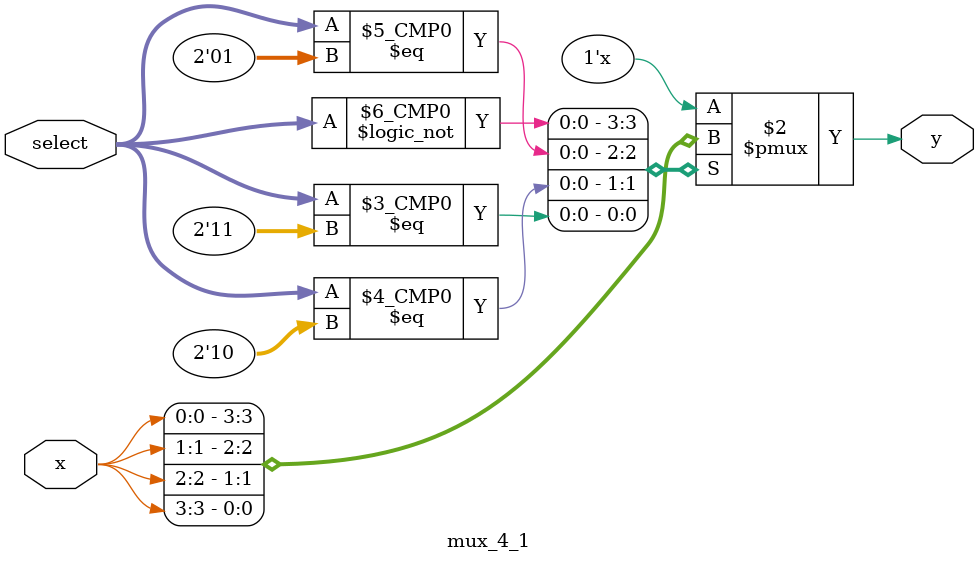
<source format=v>
`timescale 1ns / 1ps  

`define IDLE  5'b00001
`define INIT  5'b00010
`define INIT2 5'b00100
`define SHIFT 5'b01000
`define DONE  5'b10000

module ktantan32(
    input clk,reset,d_recv,d_rdy,enc_ndec,
    input [31:0] Din,
    input [79:0] key_input,
    output reg [31:0] Dout,
    output reg finish
    );
    

    reg [4:0] next_state,state ;      
    reg [79:0] key;
    reg enable,load,enable_count,reset_count;
    wire [18:0] din19,dout19; //dout19;
    wire [12:0] din13,dout13; //dout13;
    
    wire irregular_bit,done;
    wire [1:0] key_bits,feedback;
    wire [7:0] roundcounter;
    
    assign din13 =Din[31:19] ;
    assign din19 =Din[18:0] ;
    
    always @(posedge clk)
    begin
        if(d_rdy) key <= key_input;
        else begin end
    end
    
    always @(posedge clk)
    begin
        if(reset)  state <= `IDLE;
        else begin
            state <= next_state;
        end
    end 
    
    always @(*)
    begin
        case(state)
            `IDLE : begin 
						if(d_rdy && (!d_recv)) next_state <= `INIT;
						else next_state <= `IDLE;
					end
            `INIT :  next_state <= `INIT2;
            `INIT2:  next_state <= `SHIFT;

            `SHIFT: begin
                        if(done)    next_state <= `DONE;
                        else        next_state <= `SHIFT;
                    end
            `DONE : begin
                        if(d_recv && (!d_rdy))  next_state <= `IDLE;
                        else                    next_state <= `DONE;
                        
                   end 
            
           default: next_state <= `IDLE;
        endcase
    end
    
    always @(posedge clk)
    begin
        case(state)
            `IDLE:   begin
                    enable <= 0;
                    finish <= 0;
                    load <= 1;
                    reset_count <= 1;
                    enable_count <= 0;
                    end
                        
            `INIT:   begin
                    load <= 0;
                    reset_count <= 0;
                    enable_count <= 1;
                    end
                    
            `INIT2:  begin
                    enable <= 1;
                    end
                    
            `SHIFT: begin
                         Dout <= {32{done}}&{dout13,dout19};                        
                    end
             `DONE:  begin
                    enable <= 0;
                    finish <= 1;
                    enable_count <=0;
                    end
                  
        endcase
    end
    
    
    lfsr_count lfsr_count1(
                 .clk(clk),     
                 .reset(reset_count), 
                 .irregular_bit(irregular_bit), 
                 .done(done), 
                 .count_out(roundcounter),
                 .enable(enable_count),
                 .enc_ndec(enc_ndec)
                 );
                 
    lfsr19 L2(
                .clk(clk), 
                .Din(din19), 
                .Dout(dout19), 
                .feedback_in(feedback[1]), 
                .feedback_out(feedback[0]), 
                .key_bit_b(key_bits[1]), 
                .enable(enable),
                .enc_ndec(enc_ndec),
                .load(load)
                );
                
    lfsr13 L1(
                .clk(clk), 
                .irregular_bit(irregular_bit), 
                .Din(din13), 
                .Dout(dout13), 
                .feedback_in(feedback[0]),
                .feedback_out(feedback[1]), 
                .key_bit_a(key_bits[0]), 
                .enable(enable),
                .enc_ndec(enc_ndec),
                .load(load)
                 );
    
    get_key_bits get_key_bits1(
                .roundcounter(roundcounter), 
                .key(key), 
                .key_bits(key_bits)
                );
//    initial
//    begin
//        key = 80'h0123456789ABCDEF0123;
//        state = `IDLE;
//        next_state = `IDLE;
//    end
endmodule

module get_key_bits(   //[1] = k_b  [0] = k_a
    input [7:0] roundcounter,
    input [79:0] key,
    input enc_ndec,
    output [1:0] key_bits
    );

        wire [4:0] key_temp16;
        wire [1:0] key_temp4, key_select4_1, nkey_select4_1;
        wire [3:0] key_select16_1;
        
        assign key_select16_1 = roundcounter[7:4];
        assign key_select4_1 = roundcounter[1:0];
        assign nkey_select4_1 = ~key_select4_1; 
        
        
        mux_16_1 mux1(.x(key[79:64]), .select(key_select16_1), .y(key_temp16[4]));
        mux_16_1 mux2(.x(key[63:48]), .select(key_select16_1), .y(key_temp16[3]));
        mux_16_1 mux3(.x(key[47:32]), .select(key_select16_1), .y(key_temp16[2]));
        mux_16_1 mux4(.x(key[31:16]), .select(key_select16_1), .y(key_temp16[1]));
        mux_16_1 mux5(.x(key[15:0]), .select(key_select16_1), .y(key_temp16[0]));
        
        mux_4_1 mux6(.x(key_temp16[4:1]), .select(key_select4_1), .y(key_temp4[0]));
        mux_4_1 mux7(.x(key_temp16[3:0]), .select(nkey_select4_1), .y(key_temp4[1]));
        
        assign key_bits[0] =  ((!roundcounter[3]) && (!roundcounter[2]) && key_temp16[0]) ^ ((roundcounter[2] || roundcounter[3]) && key_temp4[0]);
        assign key_bits[1] =  ((!roundcounter[3]) && (roundcounter[2]) && key_temp16[4]) ^(((!roundcounter[2]) || roundcounter[3]) && key_temp4[1]);
endmodule 


module lfsr13(
    input [12:0] Din,
    input enc_ndec,feedback_in,key_bit_a,irregular_bit,enable,load,   //from the other lfsr
    input clk,
    output feedback_out, //to the other lfsr
    output reg [12:0] Dout

    );
    
    wire feedback_dec;                              
    assign feedback_dec = feedback_in ^ Dout[8] ^ (Dout[9] && Dout[6]) ^ (Dout[4] && irregular_bit) ^ key_bit_a; 
    assign feedback_out = (enc_ndec==1'b1) ? (Dout[12] ^ Dout[7] ^ (Dout[8] && Dout[5]) ^ (Dout[3] && irregular_bit) ^ key_bit_a) : Dout[0];
    
    always @(posedge clk)
    begin
        if(enable)
        begin
       
            if(enc_ndec)
            begin
                Dout <= {Dout[11:0],feedback_in};
            end
            else
            begin
                Dout <= {feedback_dec,Dout[12:1]};
            end
         
        end
        if(load)
        begin
            Dout <= Din;    
        end
    end
endmodule


module lfsr19(
    input [18:0] Din,
    input enc_ndec,feedback_in,key_bit_b,enable,load,   //from the other lfsr
    input clk,
    output feedback_out, //to the other lfsr
    output reg [18:0] Dout
    
    );  
     wire feedback_dec;                             
     assign feedback_dec = feedback_in ^ Dout[8] ^ (Dout[13] && Dout[11]) ^ (Dout[9] && Dout[4])^ key_bit_b;
     assign feedback_out = (enc_ndec==1'b1) ? (Dout[18] ^ Dout[7] ^ (Dout[12] && Dout[10]) ^ (Dout[8] && Dout[3])^ key_bit_b) : Dout[0];
    
    always @(posedge clk)
    begin
        if(enable & (!load))
        begin
        //Dout <= {Dout[17:0],feedback_in};
        
            if(enc_ndec)
            begin
                Dout <= {Dout[17:0],feedback_in};
            end
            else
            begin
                Dout <={feedback_dec,Dout[18:1]};
            end
        
                
        end
        if(load & (!enable)) 
        begin
            Dout <= Din;    
        end
    end
endmodule


module lfsr_count(
    input clk,reset,enable,enc_ndec,
    output irregular_bit,
    output done,
    output [7:0] count_out
    );
    
    reg [7:0] count;
    wire feedback;
                                                   
    assign feedback = (enc_ndec==1) ? (count[7]^count[6]^count[4]^count[2]) : (count[7]^count[4]^count[2]^count[0]) ;
    assign irregular_bit = (enc_ndec==1) ? count[7] : count[0];
    assign count_out = (enc_ndec==1) ? count[7:0]:{count[0],count[1],count[2],count[3],count[4],count[5],count[6],count[7]};
    assign done = &count;
    
    
    always @(posedge clk)
    begin
        if(enable && (!reset))
        begin
            count <= {count[6:0],feedback};
        end
        
        if(reset)
        begin 
            count <= 8'hFF;          
        end
    end
endmodule


module mux_16_1(
    input [15:0] x,
    input [3:0] select,
    output reg y
    );
    
    always @(*)
    begin
        case (select)
            4'd0: y = x[4'd0];
            4'd1: y = x[4'd1];
            4'd2: y = x[4'd2];
            4'd3: y = x[4'd3];
            4'd4: y = x[4'd4];
            4'd5: y = x[4'd5];
            4'd6: y = x[4'd6];
            4'd7: y = x[4'd7];
            4'd8: y = x[4'd8];
            4'd9: y = x[4'd9];
            4'd10: y = x[4'd10];
            4'd11: y = x[4'd11];
            4'd12: y = x[4'd12];
            4'd13: y = x[4'd13];
            4'd14: y = x[4'd14];
            4'd15: y = x[4'd15];
        endcase
     end
endmodule
    

module mux_4_1(
    input [3:0] x,
    input [1:0] select,
    output reg y
);
    
always @(*)
begin
    case(select)
        2'd0: y = x[2'd0];    
        2'd1: y = x[2'd1];
        2'd2: y = x[2'd2];
        2'd3: y = x[2'd3];
    endcase
end
endmodule
</source>
